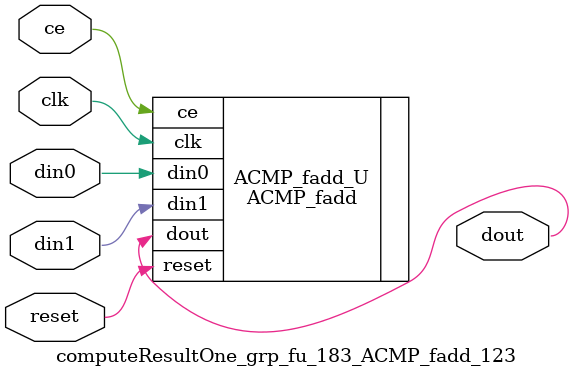
<source format=v>

`timescale 1 ns / 1 ps
module computeResultOne_grp_fu_183_ACMP_fadd_123(
    clk,
    reset,
    ce,
    din0,
    din1,
    dout);

parameter ID = 32'd1;
parameter NUM_STAGE = 32'd1;
parameter din0_WIDTH = 32'd1;
parameter din1_WIDTH = 32'd1;
parameter dout_WIDTH = 32'd1;
input clk;
input reset;
input ce;
input[din0_WIDTH - 1:0] din0;
input[din1_WIDTH - 1:0] din1;
output[dout_WIDTH - 1:0] dout;



ACMP_fadd #(
.ID( ID ),
.NUM_STAGE( 4 ),
.din0_WIDTH( din0_WIDTH ),
.din1_WIDTH( din1_WIDTH ),
.dout_WIDTH( dout_WIDTH ))
ACMP_fadd_U(
    .clk( clk ),
    .reset( reset ),
    .ce( ce ),
    .din0( din0 ),
    .din1( din1 ),
    .dout( dout ));

endmodule

</source>
